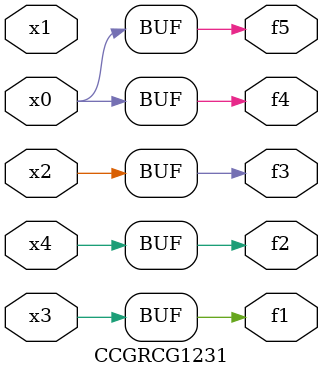
<source format=v>
module CCGRCG1231(
	input x0, x1, x2, x3, x4,
	output f1, f2, f3, f4, f5
);
	assign f1 = x3;
	assign f2 = x4;
	assign f3 = x2;
	assign f4 = x0;
	assign f5 = x0;
endmodule

</source>
